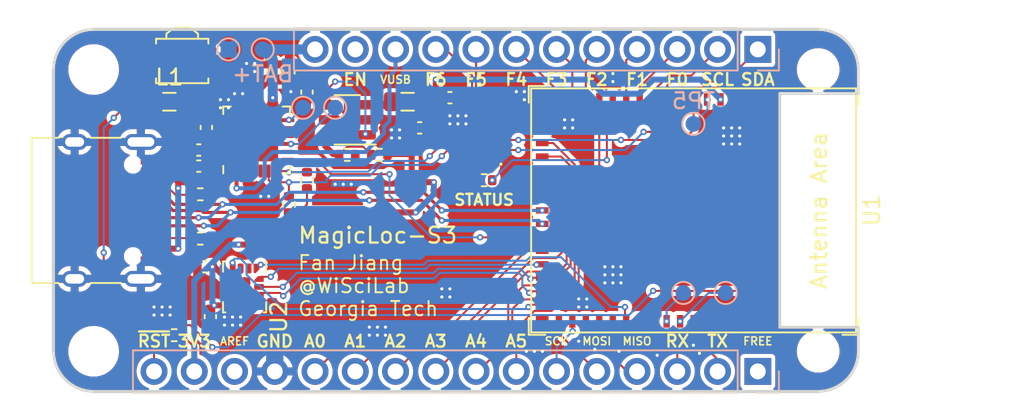
<source format=kicad_pcb>
(kicad_pcb (version 20221018) (generator pcbnew)
  (layers (0 "F.Cu" signal) (31 "B.Cu" signal) (34 "B.Paste" user) (35 "F.Paste" user) (36 "B.SilkS" user "B.Silkscreen") (37 "F.SilkS" user "F.Silkscreen") (38 "B.Mask" user) (39 "F.Mask" user) (44 "Edge.Cuts" user))
  (net 0 "")
  (net 1 "/TX")
  (net 2 "/RX")
  (net 3 "/MISO")
  (net 4 "/MOSI")
  (net 5 "/SCK")
  (net 6 "/A5")
  (net 7 "/A4")
  (net 8 "/A3")
  (net 9 "/A2")
  (net 10 "/A1")
  (net 11 "/A0")
  (net 12 "GND")
  (net 13 "+3V3")
  (net 14 "/~{RST}")
  (net 15 "/SDA")
  (net 16 "/SCL")
  (net 17 "/F0")
  (net 18 "/F1")
  (net 19 "/F2")
  (net 20 "/F3")
  (net 21 "/F4")
  (net 22 "/F5")
  (net 23 "/F6")
  (net 24 "/VBAT")
  (net 25 "/ESP_BOOT0")
  (net 26 "Net-(U4-PMID)")
  (net 27 "/ESP_USB_DN")
  (net 28 "/ESP_USB_DP")
  (net 29 "/BMS/TS")
  (net 30 "/IMU_CS")
  (net 31 "/IMU_MOSI")
  (net 32 "/IMU_MISO")
  (net 33 "/IMU_SCLK")
  (net 34 "/IMU_INT1")
  (net 35 "Net-(U4-BTST)")
  (net 36 "Net-(U4-REGN)")
  (net 37 "Net-(J1-CC1)")
  (net 39 "Net-(J1-CC2)")
  (net 40 "/ESP_DBGUART_EN")
  (net 41 "Net-(C4-Pad1)")
  (net 43 "Net-(U3-SW)")
  (net 44 "VCC")
  (net 45 "/BMS/PSEL")
  (net 46 "/BMS/~{PG}")
  (net 47 "/BMS/STAT")
  (net 48 "Net-(U3-FB)")
  (net 49 "/BMS/~{QON}")
  (net 50 "/EN")
  (net 51 "/FREE")
  (net 52 "/AREF")
  (net 53 "/STATUS_LED")
  (net 54 "/SDA_BMS")
  (net 55 "/SCL_BMS")
  (net 56 "VBUS")
  (net 57 "/~{INT}_BMS")
  (net 58 "/~{CE}_BMS")
  (net 62 "/ESP_IMU/SDX")
  (net 63 "/ESP_IMU/SCX")
  (net 64 "/ESP_IMU/INT2")
  (net 65 "/ESP_U0_TXD")
  (net 66 "/ESP_U0_RXD")
  (net 71 "Net-(D1-K)")
  (footprint "MountingHole:MountingHole_2.7mm_M2.5" (layer "F.Cu") (at 27.94 27.94)
    (fp_text reference "REF**" hide)
    (fp_text value "MountingHole_2.7mm_M2.5" hide)
  )
  (footprint "MountingHole:MountingHole_2.7mm_M2.5" (layer "F.Cu") (at 27.94 45.72)
    (fp_text reference "REF**" hide)
    (fp_text value "MountingHole_2.7mm_M2.5" hide)
  )
  (footprint "MountingHole:MountingHole_2.2mm_M2_ISO7380" (layer "F.Cu") (at 73.66 45.72)
    (fp_text reference "REF**" hide)
    (fp_text value "MountingHole_2.2mm_M2_ISO7380")
  )
  (footprint "MountingHole:MountingHole_2.2mm_M2_ISO7380" (layer "F.Cu") (at 73.66 27.94)
    (fp_text reference "REF**" hide)
    (fp_text value "MountingHole_2.2mm_M2_ISO7380")
  )
  (footprint "Package_TO_SOT_SMD:SOT-23-6" (layer "F.Cu") (at 43.9475 31.115 180)
    (fp_text reference "U3" hide)
    (fp_text value "TLV62569DDC")
  )
  (footprint "Resistor_SMD:R_0402_1005Metric" (layer "F.Cu") (at 45.972 33.3248 180)
    (fp_text reference "R5" hide)
    (fp_text value "450k 1%")
  )
  (footprint "Resistor_SMD:R_0402_1005Metric" (layer "F.Cu") (at 40.259 36.451 90)
    (fp_text reference "R4" hide)
    (fp_text value "10k")
  )
  (footprint "Inductor_SMD:L_0805_2012Metric" (layer "F.Cu") (at 47.752 29.972)
    (fp_text reference "L2" hide)
    (fp_text value "2.2uH 800mA 25mOhm")
  )
  (footprint "Capacitor_SMD:C_0402_1005Metric" (layer "F.Cu") (at 40.259 28.095 90)
    (fp_text reference "C7" hide)
    (fp_text value "10uF")
  )
  (footprint "Resistor_SMD:R_0402_1005Metric" (layer "F.Cu") (at 34.669 35.814)
    (fp_text reference "R1" hide)
    (fp_text value "5.1k")
  )
  (footprint "Capacitor_SMD:C_0402_1005Metric" (layer "F.Cu") (at 35.306 43.533 90)
    (fp_text reference "C9" hide)
    (fp_text value "100nF")
  )
  (footprint "Resistor_SMD:R_0402_1005Metric" (layer "F.Cu") (at 41.402 34.927 90)
    (fp_text reference "R3" hide)
    (fp_text value "10k")
  )
  (footprint "Capacitor_SMD:C_0402_1005Metric" (layer "F.Cu") (at 34.572 34.036)
    (fp_text reference "C1" hide)
    (fp_text value "10uF")
  )
  (footprint "Espressif:ESP32-S3-MINI-1" (layer "F.Cu") (at 63.246 36.83 -90)
    (fp_text reference "U1")
    (fp_text value "ESP32-S3-MINI-1")
  )
  (footprint "Capacitor_SMD:C_0402_1005Metric" (layer "F.Cu") (at 34.572 33.02 180)
    (fp_text reference "C5" hide)
    (fp_text value "4.7uF")
  )
  (footprint "Button_Switch_SMD:SW_SPST_B3U-3000P" (layer "F.Cu") (at 33.528 27.401)
    (fp_text reference "SW1" hide)
    (fp_text value "SW_Push")
  )
  (footprint "Resistor_SMD:R_0402_1005Metric" (layer "F.Cu") (at 34.669 38.608)
    (fp_text reference "R2" hide)
    (fp_text value "5.1k")
  )
  (footprint "Resistor_SMD:R_0402_1005Metric" (layer "F.Cu") (at 33.02 44.704 180)
    (fp_text reference "R7" hide)
    (fp_text value "10k")
  )
  (footprint "Capacitor_SMD:C_0402_1005Metric" (layer "F.Cu") (at 41.402 29.365 -90)
    (fp_text reference "C10" hide)
    (fp_text value "4.7uF 10V")
  )
  (footprint "Inductor_SMD:L_0805_2012Metric" (layer "F.Cu") (at 32.7195 29.972)
    (fp_text reference "L1")
    (fp_text value "1uH 800mA")
  )
  (footprint "Capacitor_SMD:C_0402_1005Metric" (layer "F.Cu") (at 35.052 31.595 -90)
    (fp_text reference "C4" hide)
    (fp_text value "47nF")
  )
  (footprint "Package_LGA:LGA-14_3x2.5mm_P0.5mm_LayoutBorder3x4y_JLC" (layer "F.Cu") (at 37.465 41.656 -90)
    (fp_text reference "U2")
    (fp_text value "LSM6DSOTR" hide)
  )
  (footprint "Capacitor_SMD:C_0402_1005Metric" (layer "F.Cu") (at 39.243 28.095 90)
    (fp_text reference "C6" hide)
    (fp_text value "10uF")
  )
  (footprint "Capacitor_SMD:C_0402_1005Metric" (layer "F.Cu") (at 48.514 31.623)
    (fp_text reference "C3" hide)
    (fp_text value "100nF")
  )
  (footprint "Connector_USB:USB_C_Receptacle_XKB_U262-16XN-4BVC11" (layer "F.Cu") (at 27.813 36.83 -90)
    (fp_text reference "J1" hide)
    (fp_text value "U262-16XN-4BVC11")
  )
  (footprint "Package_DFN_QFN:QFN-24-1EP_4x4mm_P0.5mm_EP2.7x2.7mm" (layer "F.Cu") (at 38.227 32.385 90)
    (fp_text reference "U4" hide)
    (fp_text value "SGM41511" hide)
  )
  (footprint "Capacitor_SMD:C_0402_1005Metric" (layer "F.Cu") (at 34.953 40.386)
    (fp_text reference "C8" hide)
    (fp_text value "100nF")
  )
  (footprint "LED_SMD:LED_0402_1005Metric" (layer "F.Cu") (at 52.555 33.909 180)
    (fp_text reference "D1" hide)
    (fp_text value "LED")
  )
  (footprint "Resistor_SMD:R_0402_1005Metric" (layer "F.Cu") (at 43.94 33.3248)
    (fp_text reference "R6" hide)
    (fp_text value "100k 1%" hide)
  )
  (footprint "Capacitor_SMD:C_0402_1005Metric" (layer "F.Cu") (at 50.419 29.718)
    (fp_text reference "C2" hide)
    (fp_text value "10uF 10V")
  )
  (footprint "Resistor_SMD:R_0402_1005Metric" (layer "F.Cu") (at 52.58 34.925 180)
    (fp_text reference "R8" hide)
    (fp_text value "750")
  )
  (footprint "Connector_PinHeader_2.54mm:PinHeader_1x16_P2.54mm_Vertical" (layer "B.Cu") (at 69.85 46.99 90)
    (fp_text reference "J1" hide)
    (fp_text value "feather long" hide)
  )
  (footprint "Connector_PinHeader_2.54mm:PinHeader_1x12_P2.54mm_Vertical" (layer "B.Cu") (at 69.85 26.67 90)
    (fp_text reference "J2" hide)
    (fp_text value "feather short" hide)
  )
  (footprint "TestPoint:TestPoint_Pad_D1.0mm" (layer "B.Cu") (at 36.449 26.67 180)
    (fp_text reference "TP4" hide)
    (fp_text value "TestPoint")
  )
  (footprint "TestPoint:TestPoint_Pad_D1.0mm" (layer "B.Cu") (at 65.786 31.369 180)
    (fp_text reference "TP5")
    (fp_text value "TestPoint")
  )
  (footprint "TestPoint:TestPoint_Pad_D1.0mm" (layer "B.Cu") (at 38.608 26.67 180)
    (fp_text reference "TP3" hide)
    (fp_text value "BAT+")
  )
  (footprint "TestPoint:TestPoint_Pad_D1.0mm" (layer "B.Cu") (at 65.151 42.037 180)
    (fp_text reference "TP6" hide)
    (fp_text value "TestPoint")
  )
  (footprint "TestPoint:TestPoint_Pad_D1.0mm" (layer "B.Cu") (at 41.148 30.353 180)
    (fp_text reference "TP2" hide)
    (fp_text value "TestPoint")
  )
  (footprint "TestPoint:TestPoint_Pad_D1.0mm" (layer "B.Cu") (at 67.818 42.037 180)
    (fp_text reference "TP7" hide)
    (fp_text value "TestPoint")
  )
  (footprint "TestPoint:TestPoint_Pad_D1.0mm" (layer "B.Cu") (at 43.18 30.353 180)
    (fp_text reference "TP1" hide)
    (fp_text value "TestPoint")
  )
  (gr_line (start 25.4 45.72) (end 25.4 27.94) (stroke (width 0.2)) (layer "Edge.Cuts"))
  (gr_arc (start 25.4 27.94) (mid 26.143949 26.143949) (end 27.94 25.4) (stroke (width 0.15)) (layer "Edge.Cuts"))
  (gr_arc (start 73.66 25.4) (mid 75.456051 26.143949) (end 76.2 27.94) (stroke (width 0.15)) (layer "Edge.Cuts"))
  (gr_line (start 76.2 29.464) (end 76.2 27.94) (stroke (width 0.15)) (layer "Edge.Cuts"))
  (gr_line (start 76.2 45.72) (end 76.2 44.196) (stroke (width 0.15)) (layer "Edge.Cuts"))
  (gr_line (start 27.94 25.4) (end 73.66 25.4) (stroke (width 0.2)) (layer "Edge.Cuts"))
  (gr_line (start 76.2 29.464) (end 71.247 29.464) (stroke (width 0.15)) (layer "Edge.Cuts"))
  (gr_line (start 71.247 44.196) (end 76.2 44.196) (stroke (width 0.15)) (layer "Edge.Cuts"))
  (gr_line (start 73.66 48.26) (end 27.94 48.26) (stroke (width 0.2)) (layer "Edge.Cuts"))
  (gr_arc (start 27.94 48.26) (mid 26.143949 47.516051) (end 25.4 45.72) (stroke (width 0.15)) (layer "Edge.Cuts"))
  (gr_arc (start 76.2 45.72) (mid 75.456051 47.516051) (end 73.66 48.26) (stroke (width 0.15)) (layer "Edge.Cuts"))
  (gr_line (start 71.247 29.464) (end 71.247 44.196) (stroke (width 0.15)) (layer "Edge.Cuts"))
  (gr_text "3V3" (at 34.29 45.085) (layer "F.SilkS") (effects (font (size 0.75 0.75))))
  (gr_text "AREF" (at 36.83 45.085) (layer "F.SilkS") (effects (font (size 0.5 0.5) (thickness 0.1))))
  (gr_text "GND" (at 39.37 45.085) (layer "F.SilkS") (effects (font (size 0.75 0.75))))
  (gr_text "A0" (at 41.91 45.085) (layer "F.SilkS") (effects (font (size 0.75 0.75))))
  (gr_text "A1" (at 44.45 45.085) (layer "F.SilkS") (effects (font (size 0.75 0.75))))
  (gr_text "A2" (at 46.99 45.085) (layer "F.SilkS") (effects (font (size 0.75 0.75))))
  (gr_text "A3" (at 49.53 45.085) (layer "F.SilkS") (effects (font (size 0.75 0.75))))
  (gr_text "A4" (at 52.07 45.085) (layer "F.SilkS") (effects (font (size 0.75 0.75))))
  (gr_text "A5" (at 54.61 45.085) (layer "F.SilkS") (effects (font (size 0.75 0.75))))
  (gr_text "SCK" (at 57.15 45.085) (layer "F.SilkS") (effects (font (size 0.5 0.5) (thickness 0.1))))
  (gr_text "MOSI" (at 59.69 45.085) (layer "F.SilkS") (effects (font (size 0.5 0.5) (thickness 0.1))))
  (gr_text "MISO" (at 62.23 45.085) (layer "F.SilkS") (effects (font (size 0.5 0.5) (thickness 0.1))))
  (gr_text "RX" (at 64.77 45.085) (layer "F.SilkS") (effects (font (size 0.75 0.75))))
  (gr_text "TX" (at 67.31 45.085) (layer "F.SilkS") (effects (font (size 0.75 0.75))))
  (gr_text "FREE" (at 69.85 45.085) (layer "F.SilkS") (effects (font (size 0.5 0.5) (thickness 0.1))))
  (gr_text "SDA" (at 69.85 28.575) (layer "F.SilkS") (effects (font (size 0.75 0.75))))
  (gr_text "SCL" (at 67.31 28.575) (layer "F.SilkS") (effects (font (size 0.75 0.75))))
  (gr_text "F0" (at 64.77 28.575) (layer "F.SilkS") (effects (font (size 0.75 0.75))))
  (gr_text "F1" (at 62.23 28.575) (layer "F.SilkS") (effects (font (size 0.75 0.75))))
  (gr_text "F2" (at 59.69 28.575) (layer "F.SilkS") (effects (font (size 0.75 0.75))))
  (gr_text "F3" (at 57.15 28.575) (layer "F.SilkS") (effects (font (size 0.75 0.75))))
  (gr_text "F4" (at 54.61 28.575) (layer "F.SilkS") (effects (font (size 0.75 0.75))))
  (gr_text "F5" (at 52.07 28.575) (layer "F.SilkS") (effects (font (size 0.75 0.75))))
  (gr_text "F6" (at 49.53 28.575) (layer "F.SilkS") (effects (font (size 0.75 0.75))))
  (gr_text "EN" (at 44.45 28.575) (layer "F.SilkS") (effects (font (size 0.75 0.75))))
  (gr_text "VUSB" (at 46.99 28.575) (layer "F.SilkS") (effects (font (size 0.5 0.5) (thickness 0.1))))
  (gr_text "MagicLoc-S3" (at 40.767 38.989) (layer "F.SilkS") (effects (font (size 1 1)) (justify left bottom)))
  (gr_text "Fan Jiang\n@WiSciLab\nGeorgia Tech" (at 40.767 43.561) (layer "F.SilkS") (effects (font (size 0.9 0.9) (thickness 0.12) bold) (justify left bottom)))
  (gr_text "~{RST}" (at 31.75 45.085) (layer "F.SilkS") (effects (font (size 0.75 0.75))))
  (gr_text "STATUS" (at 52.58 36.576) (layer "F.SilkS") (effects (font (size 0.7 0.7)) (justify bottom)))
  (segment (start 65.786 44.704) (end 67.31 46.228) (width 0.127) (layer "F.Cu") (net 1))
  (segment (start 61.3285 44.704) (end 65.786 44.704) (width 0.127) (layer "F.Cu") (net 1))
  (segment (start 60.696 43.83) (end 60.696 44.0715) (width 0.127) (layer "F.Cu") (net 1))
  (segment (start 60.696 44.0715) (end 61.3285 44.704) (width 0.127) (layer "F.Cu") (net 1))
  (segment (start 67.31 46.228) (end 67.31 46.99) (width 0.127) (layer "F.Cu") (net 1))
  (segment (start 60.3055 44.2895) (end 60.3055 44.4205) (width 0.127) (layer "F.Cu") (net 2))
  (segment (start 64.77 45.72) (end 64.77 46.99) (width 0.127) (layer "F.Cu") (net 2))
  (segment (start 64.262 45.212) (end 64.77 45.72) (width 0.127) (layer "F.Cu") (net 2))
  (segment (start 59.846 43.83) (end 60.3055 44.2895) (width 0.127) (layer "F.Cu") (net 2))
  (segment (start 60.3055 44.4205) (end 61.097 45.212) (width 0.127) (layer "F.Cu") (net 2))
  (segment (start 61.097 45.212) (end 64.262 45.212) (width 0.127) (layer "F.Cu") (net 2))
  (segment (start 58.996 44.391) (end 61.595 46.99) (width 0.127) (layer "F.Cu") (net 3))
  (segment (start 58.996 43.83) (end 58.996 44.391) (width 0.127) (layer "F.Cu") (net 3))
  (segment (start 61.595 46.99) (end 62.23 46.99) (width 0.127) (layer "F.Cu") (net 3))
  (segment (start 57.296 44.596) (end 59.69 46.99) (width 0.127) (layer "F.Cu") (net 4))
  (segment (start 57.296 43.83) (end 57.296 44.596) (width 0.127) (layer "F.Cu") (net 4))
  (segment (start 58.146 44.43) (end 58.166 44.45) (width 0.127) (layer "F.Cu") (net 5))
  (segment (start 58.146 43.83) (end 58.146 44.43) (width 0.127) (layer "F.Cu") (net 5))
  (via (at 58.166 44.45) (size 0.4) (drill 0.2) (layers "F.Cu" "B.Cu") (net 5))
  (segment (start 58.166 44.45) (end 57.15 45.466) (width 0.127) (layer "B.Cu") (net 5))
  (segment (start 57.15 45.466) (end 57.15 46.99) (width 0.127) (layer "B.Cu") (net 5))
  (segment (start 54.61 44.3135) (end 54.61 46.99) (width 0.127) (layer "F.Cu") (net 6))
  (segment (start 58.547 35.56) (end 58.547 41.46) (width 0.127) (layer "F.Cu") (net 6))
  (segment (start 55.753 43.1705) (end 54.61 44.3135) (width 0.127) (layer "F.Cu") (net 6))
  (segment (start 58.547 41.46) (end 56.8365 43.1705) (width 0.127) (layer "F.Cu") (net 6))
  (segment (start 59.846 34.261) (end 58.547 35.56) (width 0.127) (layer "F.Cu") (net 6))
  (segment (start 56.8365 43.1705) (end 55.753 43.1705) (width 0.127) (layer "F.Cu") (net 6))
  (segment (start 59.846 29.83) (end 59.846 34.261) (width 0.127) (layer "F.Cu") (net 6))
  (segment (start 54.356 44.831) (end 52.197 46.99) (width 0.127) (layer "F.Cu") (net 7))
  (segment (start 56.246 32.58) (end 56.94221 32.58) (width 0.127) (layer "F.Cu") (net 7))
  (segment (start 55.597166 42.448371) (end 54.960629 42.448371) (width 0.127) (layer "F.Cu") (net 7))
  (segment (start 56.94221 32.58) (end 58.293 33.93079) (width 0.127) (layer "F.Cu") (net 7))
  (segment (start 54.960629 42.448371) (end 54.356 43.053) (width 0.127) (layer "F.Cu") (net 7))
  (segment (start 58.293 33.93079) (end 58.293 41.35479) (width 0.127) (layer "F.Cu") (net 7))
  (segment (start 57.25829 42.3895) (end 55.656037 42.3895) (width 0.127) (layer "F.Cu") (net 7))
  (segment (start 52.197 46.99) (end 52.07 46.99) (width 0.127) (layer "F.Cu") (net 7))
  (segment (start 55.656037 42.3895) (end 55.597166 42.448371) (width 0.127) (layer "F.Cu") (net 7))
  (segment (start 54.356 43.053) (end 54.356 44.831) (width 0.127) (layer "F.Cu") (net 7))
  (segment (start 58.293 41.35479) (end 57.25829 42.3895) (width 0.127) (layer "F.Cu") (net 7))
  (segment (start 54.102 43.942) (end 52.324 45.72) (width 0.127) (layer "F.Cu") (net 8))
  (segment (start 52.324 45.72) (end 50.8 45.72) (width 0.127) (layer "F.Cu") (net 8))
  (segment (start 56.81471 41.529) (end 55.702778 41.529) (width 0.127) (layer "F.Cu") (net 8))
  (segment (start 58.039 40.30471) (end 56.81471 41.529) (width 0.127) (layer "F.Cu") (net 8))
  (segment (start 55.702778 41.529) (end 55.670278 41.5615) (width 0.127) (layer "F.Cu") (net 8))
  (segment (start 55.0855 41.5615) (end 54.102 42.545) (width 0.127) (layer "F.Cu") (net 8))
  (segment (start 54.102 42.545) (end 54.102 43.942) (width 0.127) (layer "F.Cu") (net 8))
  (segment (start 50.8 45.72) (end 49.53 46.99) (width 0.127) (layer "F.Cu") (net 8))
  (segment (start 58.039 34.036) (end 58.039 40.30471) (width 0.127) (layer "F.Cu") (net 8))
  (segment (start 55.670278 41.5615) (end 55.0855 41.5615) (width 0.127) (layer "F.Cu") (net 8))
  (segment (start 56.246 33.43) (end 57.433 33.43) (width 0.127) (layer "F.Cu") (net 8))
  (segment (start 57.433 33.43) (end 58.039 34.036) (width 0.127) (layer "F.Cu") (net 8))
  (segment (start 57.785 40.1995) (end 57.295 40.6895) (width 0.127) (layer "F.Cu") (net 9))
  (segment (start 57.14 34.28) (end 57.785 34.925) (width 0.127) (layer "F.Cu") (net 9))
  (segment (start 57.295 40.6895) (end 55.3225 40.6895) (width 0.127) (layer "F.Cu") (net 9))
  (segment (start 50.673 45.339) (end 48.641 45.339) (width 0.127) (layer "F.Cu") (net 9))
  (segment (start 55.3225 40.6895) (end 50.673 45.339) (width 0.127) (layer "F.Cu") (net 9))
  (segment (start 48.641 45.339) (end 46.99 46.99) (width 0.127) (layer "F.Cu") (net 9))
  (segment (start 57.785 34.925) (end 57.785 40.1995) (width 0.127) (layer "F.Cu") (net 9))
  (segment (start 56.246 34.28) (end 57.14 34.28) (width 0.127) (layer "F.Cu") (net 9))
  (segment (start 45.974 45.466) (end 44.45 46.99) (width 0.127) (layer "F.Cu") (net 10))
  (segment (start 48.15479 45.466) (end 45.974 45.466) (width 0.127) (layer "F.Cu") (net 10))
  (segment (start 56.974 35.13) (end 57.531 35.687) (width 0.127) (layer "F.Cu") (net 10))
  (segment (start 57.531 35.687) (end 57.531 39.4375) (width 0.127) (layer "F.Cu") (net 10))
  (segment (start 48.53579 45.085) (end 48.15479 45.466) (width 0.127) (layer "F.Cu") (net 10))
  (segment (start 50.419 45.085) (end 48.53579 45.085) (width 0.127) (layer "F.Cu") (net 10))
  (segment (start 55.6645 39.8395) (end 50.419 45.085) (width 0.127) (layer "F.Cu") (net 10))
  (segment (start 56.246 35.13) (end 56.974 35.13) (width 0.127) (layer "F.Cu") (net 10))
  (segment (start 57.531 39.4375) (end 57.129 39.8395) (width 0.127) (layer "F.Cu") (net 10))
  (segment (start 57.129 39.8395) (end 55.6645 39.8395) (width 0.127) (layer "F.Cu") (net 10))
  (segment (start 56.246 35.98) (end 56.446 35.98) (width 0.127) (layer "F.Cu") (net 11))
  (segment (start 43.688 45.212) (end 41.91 46.99) (width 0.127) (layer "F.Cu") (net 11))
  (segment (start 57.0915 38.9205) (end 55.6945 38.9205) (width 0.127) (layer "F.Cu") (net 11))
  (segment (start 57.277 38.735) (end 57.0915 38.9205) (width 0.127) (layer "F.Cu") (net 11))
  (segment (start 56.446 35.98) (end 57.277 36.811) (width 0.127) (layer "F.Cu") (net 11))
  (segment (start 55.6945 38.9205) (end 49.784 44.831) (width 0.127) (layer "F.Cu") (net 11))
  (segment (start 48.43058 44.831) (end 48.04958 45.212) (width 0.127) (layer "F.Cu") (net 11))
  (segment (start 49.784 44.831) (end 48.43058 44.831) (width 0.127) (layer "F.Cu") (net 11))
  (segment (start 57.277 36.811) (end 57.277 38.735) (width 0.127) (layer "F.Cu") (net 11))
  (segment (start 48.04958 45.212) (end 43.688 45.212) (width 0.127) (layer "F.Cu") (net 11))
  (segment (start 36.5525 42.156) (end 36.314 42.156) (width 0.508) (layer "F.Cu") (net 12))
  (segment (start 36.5525 42.156) (end 35.806 42.156) (width 0.508) (layer "F.Cu") (net 12))
  (segment (start 36.314 42.156) (end 36.068 41.91) (width 0.508) (layer "F.Cu") (net 12))
  (segment (start 36.977 30.4225) (end 36.977 30.552006) (width 0.635) (layer "F.Cu") (net 12))
  (segment (start 36.977 30.552006) (end 38.227 31.802006) (width 0.635) (layer "F.Cu") (net 12))
  (segment (start 35.806 42.156) (end 35.687 42.037) (width 0.508) (layer "F.Cu") (net 12))
  (segment (start 38.227 31.802006) (end 38.227 32.385) (width 0.635) (layer "F.Cu") (net 12))
  (via (at 32.258 43.434) (size 0.4) (drill 0.2) (layers "F.Cu" "B.Cu") (net 12))
  (via (at 31.75 42.926) (size 0.4) (drill 0.2) (layers "F.Cu" "B.Cu") (net 12))
  (via (at 36.195 43.561) (size 0.4) (drill 0.2) (layers "F.Cu" "B.Cu") (net 12))
  (via (at 45.339 44.704) (size 0.4) (drill 0.2) (layers "F.Cu" "B.Cu") (net 12))
  (via (at 32.766 43.434) (size 0.4) (drill 0.2) (layers "F.Cu" "B.Cu") (net 12))
  (via (at 58.166 31.115) (size 0.4) (drill 0.2) (layers "F.Cu" "B.Cu") (net 12))
  (via (at 60.198 40.894) (size 0.4) (drill 0.2) (layers "F.Cu" "B.Cu") (net 12))
  (via (at 58.547 42.418) (size 0.4) (drill 0.2) (layers "F.Cu" "B.Cu") (net 12))
  (via (at 60.198 40.386) (size 0.4) (drill 0.2) (layers "F.Cu" "B.Cu") (net 12))
  (via (at 60.706 40.386) (size 0.4) (drill 0.2) (layers "F.Cu" "B.Cu") (net 12))
  (via (at 36.703 44.069) (size 0.4) (drill 0.2) (layers "F.Cu" "B.Cu") (net 12))
  (via (at 68.199 32.131) (size 0.4) (drill 0.2) (layers "F.Cu" "B.Cu") (net 12))
  (via (at 44.196 35.179) (size 0.4) (drill 0.2) (layers "F.Cu" "B.Cu") (net 12))
  (via (at 50.927 30.861) (size 0.4) (drill 0.2) (layers "F.Cu" "B.Cu") (net 12))
  (via (at 50.419 42.291) (size 0.4) (drill 0.2) (layers "F.Cu" "B.Cu") (net 12))
  (via (at 49.911 41.783) (size 0.4) (drill 0.2) (layers "F.Cu" "B.Cu") (net 12))
  (via (at 68.707 32.639) (size 0.4) (drill 0.2) (layers "F.Cu" "B.Cu") (net 12))
  (via (at 56.261 45.72) (size 0.4) (drill 0.2) (layers "F.Cu" "B.Cu") (net 12))
  (via (at 43.18 35.179) (size 0.4) (drill 0.2) (layers "F.Cu" "B.Cu") (net 12))
  (via (at 38.481 35.941) (size 0.4) (drill 0.2) (layers "F.Cu" "B.Cu") (net 12))
  (via (at 60.706 40.894) (size 0.4) (drill 0.2) (layers "F.Cu" "B.Cu") (net 12))
  (via (at 59.055 42.418) (size 0.4) (drill 0.2) (layers "F.Cu" "B.Cu") (net 12))
  (via (at 47.244 31.75) (size 0.4) (drill 0.2) (layers "F.Cu" "B.Cu") (net 12))
  (via (at 60.198 41.402) (size 0.4) (drill 0.2) (layers "F.Cu" "B.Cu") (net 12))
  (via (at 38.1 27.559) (size 0.4) (drill 0.2) (layers "F.Cu" "B.Cu") (net 12))
  (via (at 61.214 40.894) (size 0.4) (drill 0.2) (layers "F.Cu" "B.Cu") (net 12))
  (via (at 61.214 40.386) (size 0.4) (drill 0.2) (layers "F.Cu" "B.Cu") (net 12))
  (via (at 36.83 29.464) (size 0.4) (drill 0.2) (layers "F.Cu" "B.Cu") (net 12))
  (via (at 55.118 29.845) (size 0.4) (drill 0.2) (layers "F.Cu" "B.Cu") (net 12))
  (via (at 55.753 45.72) (size 0.4) (drill 0.2) (layers "F.Cu" "B.Cu") (net 12))
  (via (at 45.847 44.704) (size 0.4) (drill 0.2) (layers "F.Cu" "B.Cu") (net 12))
  (via (at 50.419 31.369) (size 0.4) (drill 0.2) (layers "F.Cu" "B.Cu") (net 12))
  (via (at 45.847 44.196) (size 0.4) (drill 0.2) (layers "F.Cu" "B.Cu") (net 12))
  (via (at 59.563 45.593) (size 0.4) (drill 0.2) (layers "F.Cu" "B.Cu") (net 12))
  (via (at 58.547 45.085) (size 0.4) (drill 0.2) (layers "F.Cu" "B.Cu") (net 12))
  (via (at 36.703 43.561) (size 0.4) (drill 0.2) (layers "F.Cu" "B.Cu") (net 12))
  (via (at 55.245 45.72) (size 0.4) (drill 0.2) (layers "F.Cu" "B.Cu") (net 12))
  (via (at 31.75 43.434) (size 0.4) (drill 0.2) (layers "F.Cu" "B.Cu") (net 12))
  (via (at 46.736 32.258) (size 0.4) (drill 0.2) (layers "F.Cu" "B.Cu") (net 12))
  (via (at 36.449 30.353) (size 0.4) (drill 0.2) (layers "F.Cu" "B.Cu") (net 12))
  (via (at 68.199 32.639) (size 0.4) (drill 0.2) (layers "F.Cu" "B.Cu") (net 12))
  (via (at 51.435 30.861) (size 0.4) (drill 0.2) (layers "F.Cu" "B.Cu") (net 12))
  (via (at 68.707 32.131) (size 0.4) (drill 0.2) (layers "F.Cu" "B.Cu") (net 12))
  (via (at 66.167 45.847) (size 0.4) (drill 0.2) (layers "F.Cu" "B.Cu") (net 12))
  (via (at 40.386 29.337) (size 0.4) (drill 0.2) (layers "F.Cu" "B.Cu") (net 12))
  (via (at 50.419 30.861) (size 0.4) (drill 0.2) (layers "F.Cu" "B.Cu") (net 12))
  (via (at 49.911 42.291) (size 0.4) (drill 0.2) (layers "F.Cu" "B.Cu") (net 12))
  (via (at 38.1 28.067) (size 0.4) (drill 0.2) (layers "F.Cu" "B.Cu") (net 12))
  (via (at 68.707 31.623) (size 0.4) (drill 0.2) (layers "F.Cu" "B.Cu") (net 12))
  (via (at 67.691 32.131) (size 0.4) (drill 0.2) (layers "F.Cu" "B.Cu") (net 12))
  (via (at 38.989 35.941) (size 0.4) (drill 0.2) (layers "F.Cu" "B.Cu") (net 12))
  (via (at 58.547 42.926) (size 0.4) (drill 0.2) (layers "F.Cu" "B.Cu") (net 12))
  (via (at 65.786 45.339) (size 0.4) (drill 0.2) (layers "F.Cu" "B.Cu") (net 12))
  (via (at 60.706 28.702) (size 0.4) (drill 0.2) (layers "F.Cu" "B.Cu") (net 12))
  (via (at 50.927 31.369) (size 0.4) (drill 0.2) (layers "F.Cu" "B.Cu") (net 12))
  (via (at 54.61 29.337) (size 0.4) (drill 0.2) (layers "F.Cu" "B.Cu") (net 12))
  (via (at 57.658 31.115) (size 0.4) (drill 0.2) (layers "F.Cu" "B.Cu") (net 12))
  (via (at 63.5 45.974) (size 0.4) (drill 0.2) (layers "F.Cu" "B.Cu") (net 12))
  (via (at 32.766 42.926) (size 0.4) (drill 0.2) (layers "F.Cu" "B.Cu") (net 12))
  (via (at 46.355 44.196) (size 0.4) (drill 0.2) (layers "F.Cu" "B.Cu") (net 12))
  (via (at 59.055 42.926) (size 0.4) (drill 0.2) (layers "F.Cu" "B.Cu") (net 12))
  (via (at 46.355 44.704) (size 0.4) (drill 0.2) (layers "F.Cu" "B.Cu") (net 12))
  (via (at 45.339 44.196) (size 0.4) (drill 0.2) (layers "F.Cu" "B.Cu") (net 12))
  (via (at 60.706 41.402) (size 0.4) (drill 0.2) (layers "F.Cu" "B.Cu") (net 12))
  (via (at 67.691 31.623) (size 0.4) (drill 0.2) (layers "F.Cu" "B.Cu") (net 12))
  (via (at 50.419 41.783) (size 0.4) (drill 0.2) (layers "F.Cu" "B.Cu") (net 12))
  (via (at 36.195 44.069) (size 0.4) (drill 0.2) (layers "F.Cu" "B.Cu") (net 12))
  (via (at 68.199 31.623) (size 0.4) (drill 0.2) (layers "F.Cu" "B.Cu") (net 12))
  (via (at 37.338 29.464) (size 0.4) (drill 0.2) (layers "F.Cu" "B.Cu") (net 12))
  (via (at 67.691 32.639) (size 0.4) (drill 0.2) (layers "F.Cu" "B.Cu") (net 12))
  (via (at 58.166 31.623) (size 0.4) (drill 0.2) (layers "F.Cu" "B.Cu") (net 12))
  (via (at 43.688 35.179) (size 0.4) (drill 0.2) (layers "F.Cu" "B.Cu") (net 12))
  (via (at 35.941 30.353) (size 0.4) (drill 0.2) (layers "F.Cu" "B.Cu") (net 12))
  (via (at 37.592 27.559) (size 0.4) (drill 0.2) (layers "F.Cu" "B.Cu") (net 12))
  (via (at 47.244 32.258) (size 0.4) (drill 0.2) (layers "F.Cu" "B.Cu") (net 12))
  (via (at 35.941 29.845) (size 0.4) (drill 0.2) (layers "F.Cu" "B.Cu") (net 12))
  (via (at 37.211 44.069) (size 0.4) (drill 0.2) (layers "F.Cu" "B.Cu") (net 12))
  (via (at 57.658 31.623) (size 0.4) (drill 0.2) (layers "F.Cu" "B.Cu") (net 12))
  (via (at 46.736 31.75) (size 0.4) (drill 0.2) (layers "F.Cu" "B.Cu") (net 12))
  (via (at 60.706 28.194) (size 0.4) (drill 0.2) (layers "F.Cu" "B.Cu") (net 12))
  (via (at 61.087 45.72) (size 0.4) (drill 0.2) (layers "F.Cu" "B.Cu") (net 12))
  (via (at 36.449 29.845) (size 0.4) (drill 0.2) (layers "F.Cu" "B.Cu") (net 12))
  (via (at 61.214 41.402) (size 0.4) (drill 0.2) (layers "F.Cu" "B.Cu") (net 12))
  (via (at 51.435 31.369) (size 0.4) (drill 0.2) (layers "F.Cu" "B.Cu") (net 12))
  (via (at 37.211 43.561) (size 0.4) (drill 0.2) (layers "F.Cu" "B.Cu") (net 12))
  (via (at 32.258 42.926) (size 0.4) (drill 0.2) (layers "F.Cu" "B.Cu") (net 12))
  (via (at 55.118 29.337) (size 0.4) (drill 0.2) (layers "F.Cu" "B.Cu") (net 12))
  (segment (start 48.006 33.401) (end 48.006 31.496) (width 0.381) (layer "F.Cu") (net 13))
  (segment (start 33.53 44.704) (end 34.29 45.464) (width 0.127) (layer "F.Cu") (net 13))
  (segment (start 46.5582 33.401) (end 48.006 33.401) (width 0.127) (layer "F.Cu") (net 13))
  (segment (start 45.72 36.957) (end 48.26 36.957) (width 0.381) (layer "F.Cu") (net 13))
  (segment (start 35.433 40.386) (end 35.56 40.386) (width 0.381) (layer "F.Cu") (net 13))
  (segment (start 48.514 35.052) (end 48.006 34.544) (width 0.381) (layer "F.Cu") (net 13))
  (segment (start 35.5405 42.8185) (end 36.7125 42.8185) (width 0.381) (layer "F.Cu") (net 13))
  (segment (start 48.607 30.514) (end 48.034 31.087) (width 0.381) (layer "F.Cu") (net 13))
  (segment (start 49.53 29.303) (end 49.53 29.464) (width 0.381) (layer "F.Cu") (net 13))
  (segment (start 48.607 30.226) (end 48.607 30.514) (width 0.381) (layer "F.Cu") (net 13))
  (segment (start 46.482 33.3248) (end 46.5582 33.401) (width 0.127) (layer "F.Cu") (net 13))
  (segment (start 36.3275 41.1535) (end 36.5525 41.1535) (width 0.381) (layer "F.Cu") (net 13))
  (segment (start 37.084 38.989) (end 38.481 38.989) (width 0.381) (layer "F.Cu") (net 13))
  (segment (start 38.481 38.989) (end 40.513 36.957) (width 0.381) (layer "F.Cu") (net 13))
  (segment (start 41.402 36.449) (end 40.894 36.957) (width 0.127) (layer "F.Cu") (net 13))
  (segment (start 35.306 43.053) (end 35.5405 42.8185) (width 0.381) (layer "F.Cu") (net 13))
  (segment (start 34.29 45.464) (end 34.29 46.99) (width 0.127) (layer "F.Cu") (net 13))
  (segment (start 35.56 40.386) (end 36.3275 41.1535) (width 0.381) (layer "F.Cu") (net 13))
  (segment (start 49.53 29.464) (end 49.784 29.718) (width 0.381) (layer "F.Cu") (net 13))
  (segment (start 48.006 34.544) (end 48.006 33.401) (width 0.381) (layer "F.Cu") (net 13))
  (segment (start 48.034 31.087) (end 48.034 31.623) (width 0.381) (layer "F.Cu") (net 13))
  (segment (start 40.513 36.957) (end 40.894 36.957) (width 0.381) (layer "F.Cu") (net 13))
  (segment (start 41.402 35.437) (end 41.402 36.449) (width 0.127) (layer "F.Cu") (net 13))
  (segment (start 49.53 29.303) (end 48.607 30.226) (width 0.381) (layer "F.Cu") (net 13))
  (segment (start 49.403 35.052) (end 48.514 35.052) (width 0.381) (layer "F.Cu") (net 13))
  (segment (start 49.53 28.575) (end 49.53 29.303) (width 0.381) (layer "F.Cu") (net 13))
  (segment (start 40.894 36.957) (end 45.72 36.957) (width 0.381) (layer "F.Cu") (net 13))
  (via (at 35.433 40.386) (size 0.4) (drill 0.2) (layers "F.Cu" "B.Cu") (net 13))
  (via (at 37.084 38.989) (size 0.4) (drill 0.2) (layers "F.Cu" "B.Cu") (net 13))
  (via (at 67.496 29.83) (size 0.4) (drill 0.2) (layers "F.Cu" "B.Cu") (net 13))
  (via (at 49.53 28.575) (size 0.4) (drill 0.2) (layers "F.Cu" "B.Cu") (net 13))
  (via (at 49.403 35.052) (size 0.4) (drill 0.2) (layers "F.Cu" "B.Cu") (net 13))
  (via (at 48.26 36.957) (size 0.4) (drill 0.2) (layers "F.Cu" "B.Cu") (net 13))
  (via (at 35.5405 42.8185) (size 0.4) (drill 0.2) (layers "F.Cu" "B.Cu") (net 13))
  (segment (start 49.53 28.575) (end 59.182 28.575) (width 0.381) (layer "B.Cu") (net 13))
  (segment (start 35.5405 42.8185) (end 35.5405 42.7795) (width 0.381) (layer "B.Cu") (net 13))
  (segment (start 63.246 28.575) (end 66.241 28.575) (width 0.381) (layer "B.Cu") (net 13))
  (segment (start 62.357 29.464) (end 63.246 28.575) (width 0.381) (layer "B.Cu") (net 13))
  (segment (start 60.071 29.464) (end 62.357 29.464) (width 0.381) (layer "B.Cu") (net 13))
  (segment (start 59.182 28.575) (end 60.071 29.464) (width 0.381) (layer "B.Cu") (net 13))
  (segment (start 36.576 38.989) (end 34.29 41.275) (width 0.381) (layer "B.Cu") (net 13))
  (segment (start 35.433 42.672) (end 35.433 40.386) (width 0.381) (layer "B.Cu") (net 13))
  (segment (start 66.241 28.575) (end 67.496 29.83) (width 0.381) (layer "B.Cu") (net 13))
  (segment (start 49.403 35.814) (end 49.403 35.052) (width 0.381) (layer "B.Cu") (net 13))
  (segment (start 37.084 38.989) (end 36.576 38.989) (width 0.381) (layer "B.Cu") (net 13))
  (segment (start 48.26 36.957) (end 49.403 35.814) (width 0.381) (layer "B.Cu") (net 13))
  (segment (start 34.29 41.275) (end 34.29 46.99) (width 0.381) (layer "B.Cu") (net 13))
  (segment (start 35.5405 42.7795) (end 35.433 42.672) (width 0.381) (layer "B.Cu") (net 13))
  (segment (start 31.75 45.466) (end 28.956 42.672) (width 0.127) (layer "F.Cu") (net 14))
  (segment (start 68.58 41.91) (end 69.196 42.526) (width 0.127) (layer "F.Cu") (net 14))
  (segment (start 63.246 41.91) (end 68.58 41.91) (width 0.127) (layer "F.Cu") (net 14))
  (segment (start 29.21 30.988) (end 29.591 30.607) (width 0.127) (layer "F.Cu") (net 14))
  (segment (start 32.51 44.325) (end 32.766 44.069) (width 0.127) (layer "F.Cu") (net 14))
  (segment (start 29.591 29.638) (end 31.828 27.401) (width 0.127) (layer "F.Cu") (net 14))
  (segment (start 32.766 44.069) (end 34.036 44.069) (width 0.127) (layer "F.Cu") (net 14))
  (segment (start 69.196 42.526) (end 69.196 43.83) (width 0.127) (layer "F.Cu") (net 14))
  (segment (start 28.956 42.672) (end 28.575 42.291) (width 0.127) (layer "F.Cu") (net 14))
  (segment (start 32.51 44.704) (end 32.51 44.325) (width 0.127) (layer "F.Cu") (net 14))
  (segment (start 28.575 42.291) (end 28.575 39.497) (width 0.127) (layer "F.Cu") (net 14))
  (segment (start 31.75 45.466) (end 31.75 44.323) (width 0.127) (layer "F.Cu") (net 14))
  (segment (start 29.591 30.607) (end 29.591 29.638) (width 0.127) (layer "F.Cu") (net 14))
  (segment (start 34.036 44.069) (end 35.433 45.466) (width 0.127) (layer "F.Cu") (net 14))
  (segment (start 31.75 46.99) (end 31.75 45.466) (width 0.127) (layer "F.Cu") (net 14))
  (segment (start 31.75 44.323) (end 32.004 44.069) (width 0.127) (layer "F.Cu") (net 14))
  (segment (start 32.004 44.069) (end 32.766 44.069) (width 0.127) (layer "F.Cu") (net 14))
  (via (at 28.575 39.497) (size 0.4) (drill 0.2) (layers "F.Cu" "B.Cu") (net 14))
  (via (at 29.21 30.988) (size 0.4) (drill 0.2) (layers "F.Cu" "B.Cu") (net 14))
  (via (at 35.433 45.466) (size 0.4) (drill 0.2) (layers "F.Cu" "B.Cu") (net 14))
  (via (at 63.246 41.91) (size 0.4) (drill 0.2) (layers "F.Cu" "B.Cu") (net 14))
  (segment (start 61.722 43.434) (end 63.246 41.91) (width 0.127) (layer "B.Cu") (net 14))
  (segment (start 28.575 31.623) (end 29.21 30.988) (width 0.127) (layer "B.Cu") (net 14))
  (segment (start 28.575 39.497) (end 28.575 31.623) (width 0.127) (layer "B.Cu") (net 14))
  (segment (start 36.398778 45.466) (end 38.430778 43.434) (width 0.127) (layer "B.Cu") (net 14))
  (segment (start 35.433 45.466) (end 36.398778 45.466) (width 0.127) (layer "B.Cu") (net 14))
  (segment (start 38.430778 43.434) (end 61.722 43.434) (width 0.127) (layer "B.Cu") (net 14))
  (segment (start 64.096 29.83) (end 64.096 29.757) (width 0.127) (layer "F.Cu") (net 15))
  (segment (start 64.096 29.757) (end 64.135 29.718) (width 0.127) (layer "F.Cu") (net 15))
  (segment (start 64.135 29.718) (end 64.135 28.956) (width 0.127) (layer "F.Cu") (net 15))
  (segment (start 64.135 28.956) (end 64.389 28.702) (width 0.127) (layer "F.Cu") (net 15))
  (segment (start 64.389 28.702) (end 67.818 28.702) (width 0.127) (layer "F.Cu") (net 15))
  (segment (start 67.818 28.702) (end 69.85 26.67) (width 0.127) (layer "F.Cu") (net 15))
  (segment (start 63.246 29.303) (end 64.228 28.321) (width 0.127) (layer "F.Cu") (net 16))
  (segment (start 64.228 28.321) (end 65.659 28.321) (width 0.127) (layer "F.Cu") (net 16))
  (segment (start 63.246 29.83) (end 63.246 29.303) (width 0.127) (layer "F.Cu") (net 16))
  (segment (start 65.659 28.321) (end 67.31 26.67) (width 0.127) (layer "F.Cu") (net 16))
  (segment (start 62.396 29.044) (end 64.77 26.67) (width 0.127) (layer "F.Cu") (net 17))
  (segment (start 62.396 29.83) (end 62.396 29.044) (width 0.127) (layer "F.Cu") (net 17))
  (segment (start 61.546 29.83) (end 61.546 27.354) (width 0.127) (layer "F.Cu") (net 18))
  (segment (start 61.546 27.354) (end 62.23 26.67) (width 0.127) (layer "F.Cu") (net 18))
  (segment (start 58.996 27.364) (end 59.69 26.67) (width 0.127) (layer "F.Cu") (net 19))
  (segment (start 58.996 29.83) (end 58.996 27.364) (width 0.127) (layer "F.Cu") (net 19))
  (segment (start 58.146 27.666) (end 57.15 26.67) (width 0.127) (layer "F.Cu") (net 20))
  (segment (start 58.146 29.83) (end 58.146 27.666) (width 0.127) (layer "F.Cu") (net 20))
  (segment (start 57.296 29.356) (end 54.61 26.67) (width 0.127) (layer "F.Cu") (net 21))
  (segment (start 57.296 29.83) (end 57.296 29.356) (width 0.127) (layer "F.Cu") (net 21))
  (segment (start 56.246 30.88) (end 53.359 30.88) (width 0.127) (layer "F.Cu") (net 22))
  (segment (start 52.07 29.591) (end 52.07 26.67) (width 0.127) (layer "F.Cu") (net 22))
  (segment (start 53.359 30.88) (end 52.07 29.591) (width 0.127) (layer "F.Cu") (net 22))
  (segment (start 55.352 31.73) (end 54.756 31.134) (width 0.127) (layer "F.Cu") (net 23))
  (segment (start 53.25379 31.134) (end 51.816 29.69621) (width 0.127) (layer "F.Cu") (net 23))
  (segment (start 51.816 29.69621) (end 51.816 28.321) (width 0.127) (layer "F.Cu") (net 23))
  (segment (start 51.816 28.321) (end 50.165 26.67) (width 0.127) (layer "F.Cu") (net 23))
  (segment (start 56.246 31.73) (end 55.352 31.73) (width 0.127) (layer "F.Cu") (net 23))
  (segment (start 54.756 31.134) (end 53.25379 31.134) (width 0.127) (layer "F.Cu") (net 23))
  (segment (start 50.165 26.67) (end 49.53 26.67) (width 0.127) (layer "F.Cu") (net 23))
  (segment (start 39.243 29.718) (end 39.243 30.353) (width 0.635) (layer "F.Cu") (net 24))
  (via (at 39.243 29.718) (size 0.4) (drill 0.2) (layers "F.Cu" "B.Cu") (net 24))
  (segment (start 39.243 29.718) (end 39.243 27.305) (width 0.635) (layer "B.Cu") (net 24))
  (segment (start 38.608 26.67) (end 41.91 26.67) (width 0.635) (layer "B.Cu") (net 24))
  (segment (start 39.243 27.305) (end 38.608 26.67) (width 0.635) (layer "B.Cu") (net 24))
  (segment (start 66.646 29.83) (end 66.66 29.83) (width 0.127) (layer "F.Cu") (net 25))
  (segment (start 66.66 29.83) (end 66.675 29.845) (width 0.127) (layer "F.Cu") (net 25))
  (via (at 66.675 29.845) (size 0.4) (drill 0.2) (layers "F.Cu" "B.Cu") (net 25))
  (segment (start 66.675 30.48) (end 65.786 31.369) (width 0.127) (layer "B.Cu") (net 25))
  (segment (start 66.675 29.845) (end 66.675 30.48) (width 0.127) (layer "B.Cu") (net 25))
  (segment (start 35.953 33.135) (end 36.2645 33.135) (width 0.127) (layer "F.Cu") (net 26))
  (segment (start 35.052 34.036) (end 35.953 33.135) (width 0.127) (layer "F.Cu") (net 26))
  (segment (start 31.483 37.08) (end 32.508 37.08) (width 0.2) (layer "F.Cu") (net 27))
  (segment (start 32.715178 37.287178) (end 34.561822 37.287178) (width 0.2) (layer "F.Cu") (net 27))
  (segment (start 49.657 36.576) (end 49.911 36.83) (width 0.2) (layer "F.Cu") (net 27))
  (segment (start 32.651 36.08) (end 31.483 36.08) (width 0.2) (layer "F.Cu") (net 27))
  (segment (start 33.02 36.449) (end 32.651 36.08) (width 0.2) (layer "F.Cu") (net 27))
  (segment (start 44.958 35.687) (end 48.768 35.687) (width 0.2) (layer "F.Cu") (net 27))
  (segment (start 32.512 37.084) (end 32.715178 37.287178) (width 0.2) (layer "F.Cu") (net 27))
  (segment (start 36.068 36.449) (end 33.02 36.449) (width 0.2) (layer "F.Cu") (net 27))
  (segment (start 48.768 35.687) (end 49.657 36.576) (width 0.2) (layer "F.Cu") (net 27))
  (segment (start 32.508 37.08) (end 32.512 37.084) (width 0.2) (layer "F.Cu") (net 27))
  (via (at 44.958 35.687) (size 0.4) (drill 0.2) (layers "F.Cu" "B.Cu") (net 27))
  (via (at 56.246 36.83) (size 0.4) (drill 0.2) (layers "F.Cu" "B.Cu") (net 27))
  (via (at 49.911 36.83) (size 0.4) (drill 0.2) (layers "F.Cu" "B.Cu") (net 27))
  (via (at 36.068 36.449) (size 0.4) (drill 0.2) (layers "F.Cu" "B.Cu") (net 27))
  (via (at 34.561822 37.287178) (size 0.4) (drill 0.2) (layers "F.Cu" "B.Cu") (net 27))
  (segment (start 34.561822 37.287178) (end 35.229822 37.287178) (width 0.2) (layer "B.Cu") (net 27))
  (segment (start 36.068 36.449) (end 39.497 36.449) (width 0.2) (layer "B.Cu") (net 27))
  (segment (start 39.878 36.068) (end 40.259 35.687) (width 0.2) (layer "B.Cu") (net 27))
  (segment (start 35.229822 37.287178) (end 36.068 36.449) (width 0.2) (layer "B.Cu") (net 27))
  (segment (start 49.911 36.83) (end 56.246 36.83) (width 0.2) (layer "B.Cu") (net 27))
  (segment (start 40.259 35.687) (end 44.958 35.687) (width 0.2) (layer "B.Cu") (net 27))
  (segment (start 39.497 36.449) (end 39.878 36.068) (width 0.2) (layer "B.Cu") (net 27))
  (segment (start 49.403 36.957) (end 49.403 36.958397) (width 0.2) (layer "F.Cu") (net 28))
  (segment (start 48.641 36.195) (end 49.403 36.957) (width 0.2) (layer "F.Cu") (net 28))
  (segment (start 32.94573 36.837178) (end 34.748219 36.837178) (width 0.2) (layer "F.Cu") (net 28))
  (segment (start 31.483 36.58) (end 32.688552 36.58) (width 0.2) (layer "F.Cu") (net 28))
  (segment (start 32.720626 37.800626) (end 34.885952 37.800626) (width 0.2) (layer "F.Cu") (net 28))
  (segment (start 32.688552 36.58) (end 32.94573 36.837178) (width 0.2) (layer "F.Cu") (net 28))
  (segment (start 49.909603 37.465) (end 49.911 37.465) (width 0.2) (layer "F.Cu") (net 28))
  (segment (start 45.339 36.195) (end 48.641 36.195) (width 0.2) (layer "F.Cu") (net 28))
  (segment (start 32.5 37.58) (end 32.639 37.719) (width 0.2) (layer "F.Cu") (net 28))
  (segment (start 34.748219 36.837178) (end 34.868041 36.957) (width 0.2) (layer "F.Cu") (net 28))
  (segment (start 49.403 36.958397) (end 49.909603 37.465) (width 0.2) (layer "F.Cu") (net 28))
  (segment (start 31.483 37.58) (end 32.5 37.58) (width 0.2) (layer "F.Cu") (net 28))
  (segment (start 34.868041 36.957) (end 36.576 36.957) (width 0.2) (layer "F.Cu") (net 28))
  (segment (start 32.639 37.719) (end 32.720626 37.800626) (width 0.2) (layer "F.Cu") (net 28))
  (via (at 56.246 37.68) (size 0.4) (drill 0.2) (layers "F.Cu" "B.Cu") (net 28))
  (via (at 49.911 37.465) (size 0.4) (drill 0.2) (layers "F.Cu" "B.Cu") (net 28))
  (via (at 36.576 36.957) (size 0.4) (drill 0.2) (layers "F.Cu" "B.Cu") (net 28))
  (via (at 45.339 36.195) (size 0.4) (drill 0.2) (layers "F.Cu" "B.Cu") (net 28))
  (via (at 34.885952 37.800626) (size 0.4) (drill 0.2) (layers "F.Cu" "B.Cu") (net 28))
  (segment (start 49.911 37.465) (end 56.031 37.465) (width 0.2) (layer "B.Cu") (net 28))
  (segment (start 40.259 36.322) (end 40.386 36.195) (width 0.2) (layer "B.Cu") (net 28))
  (segment (start 40.386 36.195) (end 45.339 36.195) (width 0.2) (layer "B.Cu") (net 28))
  (segment (start 34.885952 37.800626) (end 35.732374 37.800626) (width 0.2) (layer "B.Cu") (net 28))
  (segment (start 36.576 36.957) (end 39.624 36.957) (width 0.2) (layer "B.Cu") (net 28))
  (segment (start 39.624 36.957) (end 40.259 36.322) (width 0.2) (layer "B.Cu") (net 28))
  (segment (start 56.031 37.465) (end 56.246 37.68) (width 0.2) (layer "B.Cu") (net 28))
  (segment (start 35.732374 37.800626) (end 36.576 36.957) (width 0.2) (layer "B.Cu") (net 28))
  (segment (start 38.4965 42.037) (end 38.3775 42.156) (width 0.127) (layer "F.Cu") (net 30))
  (segment (start 56.246 41.93) (end 55.530759 41.93) (width 0.127) (layer "F.Cu") (net 30))
  (segment (start 55.530759 41.93) (end 55.425888 42.034871) (width 0.127) (layer "F.Cu") (net 30))
  (segment (start 39.708868 42.037) (end 38.4965 42.037) (width 0.127) (layer "F.Cu") (net 30))
  (segment (start 39.901961 42.230093) (end 39.708868 42.037) (width 0.127) (layer "F.Cu") (net 30))
  (via (at 55.425888 42.034871) (size 0.4) (drill 0.2) (layers "F.Cu" "B.Cu") (net 30))
  (via (at 39.901961 42.230093) (size 0.4) (drill 0.2) (layers "F.Cu" "B.Cu") (net 30))
  (segment (start 54.75879 40.767) (end 49.784 40.767) (width 0.127) (layer "B.Cu") (net 30))
  (segment (start 49.421473 41.129527) (end 41.002527 41.129527) (width 0.127) (layer "B.Cu") (net 30))
  (segment (start 49.784 40.767) (end 49.421473 41.129527) (width 0.127) (layer "B.Cu") (net 30))
  (segment (start 55.425888 42.034871) (end 54.991 41.599983) (width 0.127) (layer "B.Cu") (net 30))
  (segment (start 41.002527 41.129527) (end 39.901961 42.230093) (width 0.127) (layer "B.Cu") (net 30))
  (segment (start 54.991 40.99921) (end 54.75879 40.767) (width 0.127) (layer "B.Cu") (net 30))
  (segment (start 54.991 41.599983) (end 54.991 40.99921) (width 0.127) (layer "B.Cu") (net 30))
  (segment (start 56.246 40.23) (end 55.909 40.23) (width 0.127) (layer "F.Cu") (net 31))
  (segment (start 55.909 40.23) (end 55.88 40.259) (width 0.127) (layer "F.Cu") (net 31))
  (segment (start 38.5125 41.021) (end 38.3775 41.156) (width 0.127) (layer "F.Cu") (net 31))
  (segment (start 39.116 41.021) (end 38.5125 41.021) (width 0.127) (layer "F.Cu") (net 31))
  (via (at 39.116 41.021) (size 0.4) (drill 0.2) (layers "F.Cu" "B.Cu") (net 31))
  (via (at 55.88 40.259) (size 0.4) (drill 0.2) (layers "F.Cu" "B.Cu") (net 31))
  (segment (start 49.149 40.259) (end 55.88 40.259) (width 0.127) (layer "B.Cu") (net 31))
  (segment (start 39.116 41.021) (end 39.624 40.513) (width 0.127) (layer "B.Cu") (net 31))
  (segment (start 39.624 40.513) (end 48.895 40.513) (width 0.127) (layer "B.Cu") (net 31))
  (segment (start 48.895 40.513) (end 49.149 40.259) (width 0.127) (layer "B.Cu") (net 31))
  (segment (start 38.4495 40.259) (end 38.215 40.4935) (width 0.127) (layer "F.Cu") (net 32))
  (segment (start 61.468 43.752) (end 61.546 43.83) (width 0.127) (layer "F.Cu") (net 32))
  (segment (start 38.481 40.259) (end 38.4495 40.259) (width 0.127) (layer "F.Cu") (net 32))
  (segment (start 61.468 42.926) (end 61.468 43.752) (width 0.127) (layer "F.Cu") (net 32))
  (via (at 61.468 42.926) (size 0.4) (drill 0.2) (layers "F.Cu" "B.Cu") (net 32))
  (via (at 38.481 40.259) (size 0.4) (drill 0.2) (layers "F.Cu" "B.Cu") (net 32))
  (segment (start 51.562 40.005) (end 55.245 40.005) (width 0.127) (layer "B.Cu") (net 32))
  (segment (start 51.689 40.005) (end 49.022 40.005) (width 0.127) (layer "B.Cu") (net 32))
  (segment (start 55.4665 39.7835) (end 57.4365 39.7835) (width 0.127) (layer "B.Cu") (net 32))
  (segment (start 57.4365 39.7835) (end 60.579 42.926) (width 0.127) (layer "B.Cu") (net 32))
  (segment (start 48.768 40.259) (end 38.481 40.259) (width 0.127) (layer "B.Cu") (net 32))
  (segment (start 60.579 42.926) (end 61.468 42.926) (width 0.127) (layer "B.Cu") (net 32))
  (segment (start 55.245 40.005) (end 55.4665 39.7835) (width 0.127) (layer "B.Cu") (net 32))
  (segment (start 49.022 40.005) (end 48.768 40.259) (width 0.127) (layer "B.Cu") (net 32))
  (segment (start 39.878 41.656) (end 38.3775 41.656) (width 0.127) (layer "F.Cu") (net 33))
  (segment (start 56.246 41.08) (end 55.567 41.08) (width 0.127) (layer "F.Cu") (net 33))
  (segment (start 55.567 41.08) (end 55.499 41.148) (width 0.127) (layer "F.Cu") (net 33))
  (via (at 39.878 41.656) (size 0.4) (drill 0.2) (layers "F.Cu" "B.Cu") (net 33))
  (via (at 55.499 41.148) (size 0.4) (drill 0.2) (layers "F.Cu" "B.Cu") (net 33))
  (segment (start 39.878 41.656) (end 40.767 40.767) (width 0.127) (layer "B.Cu") (net 33))
  (segment (start 40.767 40.767) (end 49.403 40.767) (width 0.127) (layer "B.Cu") (net 33))
  (segment (start 49.403 40.767) (end 49.657 40.513) (width 0.127) (layer "B.Cu") (net 33))
  (segment (start 49.657 40.513) (end 54.864 40.513) (width 0.127) (layer "B.Cu") (net 33))
  (segment (start 54.864 40.513) (end 55.499 41.148) (width 0.127) (layer "B.Cu") (net 33))
  (segment (start 55.518 42.78) (end 55.372 42.926) (width 0.127) (layer "F.Cu") (net 34))
  (segment (start 36.703 40.4815) (end 36.715 40.4935) (width 0.127) (layer "F.Cu") (net 34))
  (segment (start 36.703 40.132) (end 36.703 40.4815) (width 0.127) (layer "F.Cu") (net 34))
  (segment (start 56.246 42.78) (end 55.518 42.78) (width 0.127) (layer "F.Cu") (net 34))
  (via (at 55.372 42.926) (size 0.4) (drill 0.2) (layers "F.Cu" "B.Cu") (net 34))
  (via (at 36.703 40.132) (size 0.4) (drill 0.2) (layers "F.Cu" "B.Cu") (net 34))
  (segment (start 55.245 43.053) (end 55.372 42.926) (width 0.127) (layer "B.Cu") (net 34))
  (segment (start 37.211 39.878) (end 37.592 40.259) (width 0.127) (layer "B.Cu") (net 34))
  (segment (start 38.354 41.529) (end 39.878 43.053) (width 0.127) (layer "B.Cu") (net 34))
  (segment (start 37.592 40.259) (end 37.592 40.894) (width 0.127) (layer "B.Cu") (net 34))
  (segment (start 36.703 40.132) (end 36.703 40.005) (width 0.127) (layer "B.Cu") (net 34))
  (segment (start 39.878 43.053) (end 55.245 43.053) (width 0.127) (layer "B.Cu") (net 34))
  (segment (start 37.592 40.894) (end 38.227 41.529) (width 0.127) (layer "B.Cu") (net 34))
  (segment (start 38.227 41.529) (end 38.354 41.529) (width 0.127) (layer "B.Cu") (net 34))
  (segment (start 36.83 39.878) (end 37.211 39.878) (width 0.127) (layer "B.Cu") (net 34))
  (segment (start 36.703 40.005) (end 36.83 39.878) (width 0.127) (layer "B.Cu") (net 34))
  (segment (start 35.112 32.135) (end 35.052 32.075) (width 0.127) (layer "F.Cu") (net 35))
  (segment (start 36.2645 32.135) (end 35.112 32.135) (width 0.127) (layer "F.Cu") (net 35))
  (segment (start 35.437 32.635) (end 35.052 33.02) (width 0.127) (layer "F.Cu") (net 36))
  (segment (start 36.2645 32.635) (end 35.437 32.635) (width 0.127) (layer "F.Cu") (net 36))
  (segment (start 33.102722 35.8465) (end 34.1265 35.8465) (width 0.127) (layer "F.Cu") (net 37))
  (segment (start 32.836222 35.58) (end 33.102722 35.8465) (width 0.127) (layer "F.Cu") (net 37))
  (segment (start 34.1265 35.8465) (end 34.159 35.814) (width 0.127) (layer "F.Cu") (net 37))
  (segment (start 31.483 35.58) (end 32.836222 35.58) (width 0.127) (layer "F.Cu") (net 37))
  (segment (start 34.131 38.58) (end 34.159 38.608) (width 0.127) (layer "F.Cu") (net 39))
  (segment (start 31.483 38.58) (end 34.131 38.58) (width 0.127) (layer "F.Cu") (net 39))
  (segment (start 35.052 31.115) (end 35.814 31.115) (width 0.635) (layer "F.Cu") (net 41))
  (segment (start 35.814 31.115) (end 36.068 31.369) (width 0.635) (layer "F.Cu") (net 41))
  (segment (start 35.052 31.115) (end 32.927 31.115) (width 0.635) (layer "F.Cu") (net 41))
  (segment (start 32.927 31.115) (end 31.784 29.972) (width 0.635) (layer "F.Cu") (net 41))
  (segment (start 36.068 31.369) (end 36.4325 31.369) (width 0.635) (layer "F.Cu") (net 41))
  (segment (start 46.4965 30.165) (end 46.6895 29.972) (width 0.508) (layer "F.Cu") (net 43))
  (segment (start 45.085 30.165) (end 46.4965 30.165) (width 0.508) (layer "F.Cu") (net 43))
  (segment (start 38.862 28.575) (end 41.529 28.575) (width 0.635) (layer "F.Cu") (net 44))
  (segment (start 42.4815 29.4005) (end 42.3545 29.4005) (width 0.127) (layer "F.Cu") (net 44))
  (segment (start 34.9005 28.9805) (end 35.9165 28.9805) (width 0.635) (layer "F.Cu") (net 44))
  (segment (start 43.18 28.702) (end 42.4815 29.4005) (width 0.127) (layer "F.Cu") (net 44))
  (segment (start 42.556 29.602) (end 42.556 30.165) (width 0.635) (layer "F.Cu") (net 44))
  (segment (start 37.465 28.448) (end 38.227 29.21) (width 0.635) (layer "F.Cu") (net 44))
  (segment (start 42.3545 29.4005) (end 42.556 29.602) (width 0.635) (layer "F.Cu") (net 44))
  (segment (start 33.909 29.972) (end 34.9005 28.9805) (width 0.635) (layer "F.Cu") (net 44))
  (segment (start 36.449 28.448) (end 37.465 28.448) (width 0.635) (layer "F.Cu") (net 44))
  (segment (start 35.9165 28.9805) (end 36.449 28.448) (width 0.635) (layer "F.Cu") (net 44))
  (segment (start 45.085 32.065) (end 45.085 32.004) (width 0.127) (layer "F.Cu") (net 44))
  (segment (start 41.529 28.575) (end 42.3545 29.4005) (width 0.635) (layer "F.Cu") (net 44))
  (segment (start 38.227 29.21) (end 38.862 28.575) (width 0.635) (layer "F.Cu") (net 44))
  (segment (start 38.227 29.21) (end 38.227 30.353) (width 0.635) (layer "F.Cu") (net 44))
  (via (at 43.18 28.702) (size 0.4) (drill 0.2) (layers "F.Cu" "B.Cu") (net 44))
  (via (at 45.085 32.004) (size 0.4) (drill 0.2) (layers "F.Cu" "B.Cu") (net 44))
  (segment (start 45.085 32.004) (end 45.085 29.464) (width 0.127) (layer "B.Cu") (net 44))
  (segment (start 44.323 28.702) (end 43.18 28.702) (width 0.127) (layer "B.Cu") (net 44))
  (segment (start 45.085 29.464) (end 44.704 29.083) (width 0.127) (layer "B.Cu") (net 44))
  (segment (start 44.704 29.083) (end 44.323 28.702) (width 0.127) (layer "B.Cu") (net 44))
  (segment (start 44.9515 32.8143) (end 45.462 33.3248) (width 0.127) (layer "F.Cu") (net 48))
  (segment (start 43.459 33.274) (end 43.053 33.274) (width 0.381) (layer "F.Cu") (net 48))
  (segment (start 42.556 32.777) (end 42.556 32.065) (width 0.381) (layer "F.Cu") (net 48))
  (segment (start 43.053 33.274) (end 42.556 32.777) (width 0.381) (layer "F.Cu") (net 48))
  (segment (start 43.43 33.3248) (end 43.9405 32.8143) (width 0.127) (layer "F.Cu") (net 48))
  (segment (start 43.9405 32.8143) (end 44.9515 32.8143) (width 0.127) (layer "F.Cu") (net 48))
  (segment (start 40.239 31.135) (end 40.259 31.115) (width 0.127) (layer "F.Cu") (net 49))
  (segment (start 40.1895 31.135) (end 40.239 31.135) (width 0.127) (layer "F.Cu") (net 49))
  (via (at 40.259 31.115) (size 0.4) (drill 0.2) (layers "F.Cu" "B.Cu") (net 49))
  (segment (start 40.386 31.115) (end 41.148 30.353) (width 0.127) (layer "B.Cu") (net 49))
  (segment (start 40.259 31.115) (end 40.386 31.115) (width 0.127) (layer "B.Cu") (net 49))
  (segment (start 60.325 30.607) (end 60.325 33.655) (width 0.127) (layer "F.Cu") (net 53))
  (segment (start 60.696 29.83) (end 60.696 30.236) (width 0.127) (layer "F.Cu") (net 53))
  (segment (start 60.696 30.236) (end 60.325 30.607) (width 0.127) (layer "F.Cu") (net 53))
  (via (at 53.09 34.925) (size 0.4) (drill 0.2) (layers "F.Cu" "B.Cu") (net 53))
  (via (at 60.325 33.655) (size 0.4) (drill 0.2) (layers "F.Cu" "B.Cu") (net 53))
  (segment (start 54.36 33.655) (end 60.325 33.655) (width 0.127) (layer "B.Cu") (net 53))
  (segment (start 53.09 34.925) (end 54.36 33.655) (width 0.127) (layer "B.Cu") (net 53))
  (segment (start 40.259 34.417) (end 41.402 34.417) (width 0.127) (layer "F.Cu") (net 54))
  (segment (start 65.151 32.385) (end 65.796 31.74) (width 0.127) (layer "F.Cu") (net 54))
  (segment (start 65.796 31.74) (end 65.796 29.83) (width 0.127) (layer "F.Cu") (net 54))
  (segment (start 39.477 34.3475) (end 40.1895 34.3475) (width 0.127) (layer "F.Cu") (net 54))
  (segment (start 61.214 32.385) (end 65.151 32.385) (width 0.127) (layer "F.Cu") (net 54))
  (segment (start 40.1895 34.3475) (end 40.259 34.417) (width 0.127) (layer "F.Cu") (net 54))
  (segment (start 49.149 33.401) (end 50.165 32.385) (width 0.127) (layer "F.Cu") (net 54))
  (segment (start 50.165 32.385) (end 54.737 32.385) (width 0.127) (layer "F.Cu") (net 54))
  (via (at 61.214 32.385) (size 0.4) (drill 0.2) (layers "F.Cu" "B.Cu") (net 54))
  (via (at 54.737 32.385) (size 0.4) (drill 0.2) (layers "F.Cu" "B.Cu") (net 54))
  (via (at 49.149 33.401) (size 0.4) (drill 0.2) (layers "F.Cu" "B.Cu") (net 54))
  (via (at 40.259 34.417) (size 0.4) (drill 0.2) (layers "F.Cu" "B.Cu") (net 54))
  (segment (start 45.943185 33.707605) (end 48.842395 33.707605) (width 0.127) (layer "B.Cu") (net 54))
  (segment (start 54.737 32.385) (end 61.214 32.385) (width 0.127) (layer "B.Cu") (net 54))
  (segment (start 42.776512 34.3845) (end 45.26629 34.3845) (width 0.127) (layer "B.Cu") (net 54))
  (segment (start 48.842395 33.707605) (end 49.149 33.401) (width 0.127) (layer "B.Cu") (net 54))
  (segment (start 40.259 34.417) (end 42.744012 34.417) (width 0.127) (layer "B.Cu") (net 54))
  (segment (start 45.26629 34.3845) (end 45.943185 33.707605) (width 0.127) (layer "B.Cu") (net 54))
  (segment (start 42.744012 34.417) (end 42.776512 34.3845) (width 0.127) (layer "B.Cu") (net 54))
  (segment (start 63.051022 31.873024) (end 63.054998 31.877) (width 0.127) (layer "F.Cu") (net 55))
  (segment (start 40.259 35.052) (end 40.259 35.941) (width 0.127) (layer "F.Cu") (net 55))
  (segment (start 62.642499 31.873024) (end 63.051022 31.873024) (width 0.127) (layer "F.Cu") (net 55))
  (segment (start 64.643 31.877) (end 64.946 31.574) (width 0.127) (layer "F.Cu") (net 55))
  (segment (start 38.977 34.3475) (end 38.989 34.3595) (width 0.127) (layer "F.Cu") (net 55))
  (segment (start 63.054998 31.877) (end 64.643 31.877) (width 0.127) (layer "F.Cu") (net 55))
  (segment (start 50.292 33.02) (end 54.737 33.02) (width 0.127) (layer "F.Cu") (net 55))
  (segment (start 38.989 34.3595) (end 38.989 34.925) (width 0.127) (layer "F.Cu") (net 55))
  (segment (start 39.116 35.052) (end 40.259 35.052) (width 0.127) (layer "F.Cu") (net 55))
  (segment (start 38.989 34.925) (end 39.116 35.052) (width 0.127) (layer "F.Cu") (net 55))
  (segment (start 64.946 31.574) (end 64.946 29.83) (width 0.127) (layer "F.Cu") (net 55))
  (segment (start 49.911 33.401) (end 50.292 33.02) (width 0.127) (layer "F.Cu") (net 55))
  (via (at 62.642499 31.873024) (size 0.4) (drill 0.2) (layers "F.Cu" "B.Cu") (net 55))
  (via (at 49.911 33.401) (size 0.4) (drill 0.2) (layers "F.Cu" "B.Cu") (net 55))
  (via (at 54.737 33.02) (size 0.4) (drill 0.2) (layers "F.Cu" "B.Cu") (net 55))
  (via (at 40.259 35.052) (size 0.4) (drill 0.2) (layers "F.Cu" "B.Cu") (net 55))
  (segment (start 46.048395 33.961605) (end 49.350395 33.961605) (width 0.127) (layer "B.Cu") (net 55))
  (segment (start 61.495523 33.02) (end 62.642499 31.873024) (width 0.127) (layer "B.Cu") (net 55))
  (segment (start 40.259 35.052) (end 42.6395 35.052) (width 0.127) (layer "B.Cu") (net 55))
  (segment (start 42.6395 35.052) (end 42.6395 34.880722) (width 0.127) (layer "B.Cu") (net 55))
  (segment (start 45.3715 34.6385) (end 46.048395 33.961605) (width 0.127) (layer "B.Cu") (net 55))
  (segment (start 54.737 33.02) (end 61.495523 33.02) (width 0.127) (layer "B.Cu") (net 55))
  (segment (start 49.350395 33.961605) (end 49.911 33.401) (width 0.127) (layer "B.Cu") (net 55))
  (segment (start 42.881722 34.6385) (end 45.3715 34.6385) (width 0.127) (layer "B.Cu") (net 55))
  (segment (start 42.6395 34.880722) (end 42.881722 34.6385) (width 0.127) (layer "B.Cu") (net 55))
  (segment (start 33.274 35.052) (end 33.274 35.433) (width 0.381) (layer "F.Cu") (net 56))
  (segment (start 36.2645 34.2205) (end 36.2645 33.635) (width 0.381) (layer "F.Cu") (net 56))
  (segment (start 36.2645 34.2205) (end 36.85 34.2205) (width 0.381) (layer "F.Cu") (net 56))
  (segment (start 36.957 35.433) (end 36.957 34.3675) (width 0.254) (layer "F.Cu") (net 56))
  (segment (start 33.274 35.052) (end 35.433 35.052) (width 0.381) (layer "F.Cu") (net 56))
  (segment (start 32.502 34.28) (end 33.274 35.052) (width 0.381) (layer "F.Cu") (net 56))
  (segment (start 36.957 34.3675) (end 36.977 34.3475) (width 0.254) (layer "F.Cu") (net 56))
  (segment (start 33.274 39.243) (end 32.004 39.243) (width 0.381) (layer "F.Cu") (net 56))
  (segment (start 31.483 34.28) (end 32.502 34.28) (width 0.381) (layer "F.Cu") (net 56))
  (segment (start 35.433 35.052) (end 36.2645 34.2205) (width 0.381) (layer "F.Cu") (net 56))
  (segment (start 36.85 34.2205) (end 36.977 34.3475) (width 0.381) (layer "F.Cu") (net 56))
  (via (at 33.274 39.243) (size 0.4) (drill 0.2) (layers "F.Cu" "B.Cu") (net 56))
  (via (at 33.274 35.433) (size 0.4) (drill 0.2) (layers "F.Cu" "B.Cu") (net 56))
  (via (at 36.957 35.433) (size 0.4) (drill 0.2) (layers "F.Cu" "B.Cu") (net 56))
  (segment (start 38.1 35.433) (end 36.957 35.433) (width 0.254) (layer "B.Cu") (net 56))
  (segment (start 33.274 35.433) (end 33.274 39.243) (width 0.381) (layer "B.Cu") (net 56))
  (segment (start 46.99 26.67) (end 46.99 27.94) (width 0.254) (layer "B.Cu") (net 56))
  (segment (start 38.735 34.798) (end 38.1 35.433) (width 0.254) (layer "B.Cu") (net 56))
  (segment (start 46.259 31.55242) (end 46.259 31.973) (width 0.254) (layer "B.Cu") (net 56))
  (segment (start 46.99 27.94) (end 46.609 28.321) (width 0.254) (layer "B.Cu") (net 56))
  (segment (start 38.735 33.655) (end 38.735 34.798) (width 0.254) (layer "B.Cu") (net 56))
  (segment (start 46.609 28.321) (end 46.609 31.20242) (width 0.254) (layer "B.Cu") (net 56))
  (segment (start 39.243 33.147) (end 38.735 33.655) (width 0.254) (layer "B.Cu") (net 56))
  (segment (start 46.259 31.973) (end 45.085 33.147) (width 0.254) (layer "B.Cu") (net 56))
  (segment (start 46.609 31.20242) (end 46.259 31.55242) (width 0.254) (layer "B.Cu") (net 56))
  (segment (start 45.085 33.147) (end 39.243 33.147) (width 0.254) (layer "B.Cu") (net 56))
  (segment (start 40.1895 33.635) (end 42.017 33.635) (width 0.127) (layer "F.Cu") (net 57))
  (segment (start 42.017 33.635) (end 42.926 34.544) (width 0.127) (layer "F.Cu") (net 57))
  (segment (start 52.324 38.53) (end 56.246 38.53) (width 0.127) (layer "F.Cu") (net 57))
  (segment (start 42.926 34.544) (end 46.609 34.544) (width 0.127) (layer "F.Cu") (net 57))
  (via (at 52.324 38.53) (size 0.4) (drill 0.2) (layers "F.Cu" "B.Cu") (net 57))
  (via (at 46.609 34.544) (size 0.4) (drill 0.2) (layers "F.Cu" "B.Cu") (net 57))
  (segment (start 49.248222 38.53) (end 46.609 35.890778) (width 0.127) (layer "B.Cu") (net 57))
  (segment (start 52.324 38.53) (end 49.248222 38.53) (width 0.127) (layer "B.Cu") (net 57))
  (segment (start 46.609 35.890778) (end 46.609 34.544) (width 0.127) (layer "B.Cu") (net 57))
  (segment (start 40.382 32.635) (end 40.386 32.639) (width 0.127) (layer "F.Cu") (net 58))
  (segment (start 40.1895 32.635) (end 40.382 32.635) (width 0.127) (layer "F.Cu") (net 58))
  (via (at 40.386 32.639) (size 0.4) (drill 0.2) (layers "F.Cu" "B.Cu") (net 58))
  (segment (start 40.386 32.639) (end 40.894 32.639) (width 0.127) (layer "B.Cu") (net 58))
  (segment (start 40.894 32.639) (end 43.18 30.353) (width 0.127) (layer "B.Cu") (net 58))
  (via (at 64.096 43.83) (size 0.4) (drill 0.2) (layers "F.Cu" "B.Cu") (net 65))
  (segment (start 65.151 42.037) (end 64.096 43.092) (width 0.127) (layer "B.Cu") (net 65))
  (segment (start 64.096 43.092) (end 64.096 43.83) (width 0.127) (layer "B.Cu") (net 65))
  (via (at 64.946 43.83) (size 0.4) (drill 0.2) (layers "F.Cu" "B.Cu") (net 66))
  (segment (start 66.739 42.037) (end 64.946 43.83) (width 0.127) (layer "B.Cu") (net 66))
  (segment (start 66.739 42.037) (end 67.818 42.037) (width 0.127) (layer "B.Cu") (net 66))
  (segment (start 52.07 34.925) (end 52.07 34.879) (width 0.127) (layer "F.Cu") (net 71))
  (segment (start 52.07 34.879) (end 53.04 33.909) (width 0.127) (layer "F.Cu") (net 71))
  (zone (net 0) (net_name "") (layer "F.Cu") (connect_pads (clearance 0)) (min_thickness 0.25)
    (keepout (tracks allowed) (vias allowed) (pads allowed) (copperpour not_allowed) (footprints allowed))
    (fill (thermal_gap 0.5) (thermal_bridge_width 0.5))
    (polygon (pts (xy 47.117 29.083) (xy 47.117 30.861) (xy 48.387 30.861) (xy 48.387 29.083)))
  )
  (zone (net 12) (net_name "GND") (layers "F&B.Cu") (connect_pads (clearance 0.254)) (min_thickness 0.127) (fill yes (thermal_gap 0.308) (thermal_bridge_width 0.508))
    (polygon (pts (xy 76.2 48.26) (xy 25.4 48.26) (xy 25.4 25.4) (xy 76.2 25.4)))
  )
  (zone (net 12) (net_name "GND") (layers "F&B.Cu") (connect_pads (clearance 0.508)) (min_thickness 0.254) (fill yes (thermal_gap 0.308) (thermal_bridge_width 1.08))
    (polygon (pts (xy 40.64 48.133) (xy 38.1 48.133) (xy 38.1 44.577) (xy 40.64 44.577)))
  )
)
</source>
